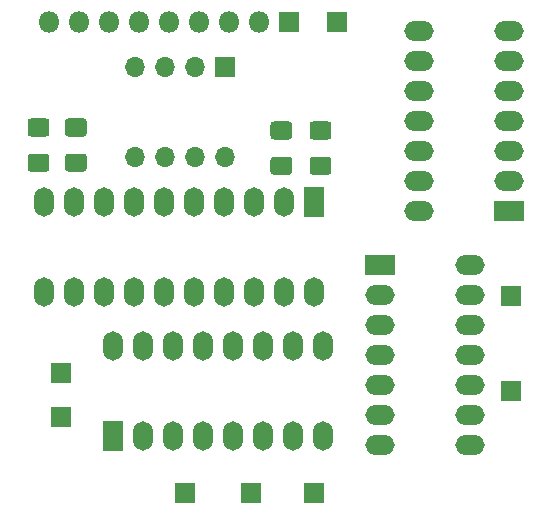
<source format=gbr>
%TF.GenerationSoftware,KiCad,Pcbnew,(5.1.6)-1*%
%TF.CreationDate,2020-10-26T14:55:52-07:00*%
%TF.ProjectId,DigitController2,44696769-7443-46f6-9e74-726f6c6c6572,rev?*%
%TF.SameCoordinates,Original*%
%TF.FileFunction,Soldermask,Top*%
%TF.FilePolarity,Negative*%
%FSLAX46Y46*%
G04 Gerber Fmt 4.6, Leading zero omitted, Abs format (unit mm)*
G04 Created by KiCad (PCBNEW (5.1.6)-1) date 2020-10-26 14:55:52*
%MOMM*%
%LPD*%
G01*
G04 APERTURE LIST*
%ADD10O,1.700000X2.500000*%
%ADD11R,1.700000X2.500000*%
%ADD12R,1.700000X1.700000*%
%ADD13O,1.700000X1.700000*%
%ADD14O,2.500000X1.700000*%
%ADD15R,2.500000X1.700000*%
%ADD16R,1.800000X1.800000*%
%ADD17O,1.800000X1.800000*%
G04 APERTURE END LIST*
D10*
%TO.C,U3*%
X120904000Y-114808000D03*
X138684000Y-122428000D03*
X123444000Y-114808000D03*
X136144000Y-122428000D03*
X125984000Y-114808000D03*
X133604000Y-122428000D03*
X128524000Y-114808000D03*
X131064000Y-122428000D03*
X131064000Y-114808000D03*
X128524000Y-122428000D03*
X133604000Y-114808000D03*
X125984000Y-122428000D03*
X136144000Y-114808000D03*
X123444000Y-122428000D03*
X138684000Y-114808000D03*
D11*
X120904000Y-122428000D03*
%TD*%
D12*
%TO.C,SW1*%
X130322000Y-91190000D03*
D13*
X122702000Y-98810000D03*
X127782000Y-91190000D03*
X125242000Y-98810000D03*
X125242000Y-91190000D03*
X127782000Y-98810000D03*
X122702000Y-91190000D03*
X130322000Y-98810000D03*
%TD*%
D10*
%TO.C,U2*%
X137922000Y-110236000D03*
X115062000Y-102616000D03*
X135382000Y-110236000D03*
X117602000Y-102616000D03*
X132842000Y-110236000D03*
X120142000Y-102616000D03*
X130302000Y-110236000D03*
X122682000Y-102616000D03*
X127762000Y-110236000D03*
X125222000Y-102616000D03*
X125222000Y-110236000D03*
X127762000Y-102616000D03*
X122682000Y-110236000D03*
X130302000Y-102616000D03*
X120142000Y-110236000D03*
X132842000Y-102616000D03*
X117602000Y-110236000D03*
X135382000Y-102616000D03*
X115062000Y-110236000D03*
D11*
X137922000Y-102616000D03*
%TD*%
D14*
%TO.C,U1*%
X146812000Y-103378000D03*
X154432000Y-88138000D03*
X146812000Y-100838000D03*
X154432000Y-90678000D03*
X146812000Y-98298000D03*
X154432000Y-93218000D03*
X146812000Y-95758000D03*
X154432000Y-95758000D03*
X146812000Y-93218000D03*
X154432000Y-98298000D03*
X146812000Y-90678000D03*
X154432000Y-100838000D03*
X146812000Y-88138000D03*
D15*
X154432000Y-103378000D03*
%TD*%
%TO.C,R4*%
G36*
G01*
X139087456Y-97319000D02*
X137772544Y-97319000D01*
G75*
G02*
X137505000Y-97051456I0J267544D01*
G01*
X137505000Y-96061544D01*
G75*
G02*
X137772544Y-95794000I267544J0D01*
G01*
X139087456Y-95794000D01*
G75*
G02*
X139355000Y-96061544I0J-267544D01*
G01*
X139355000Y-97051456D01*
G75*
G02*
X139087456Y-97319000I-267544J0D01*
G01*
G37*
G36*
G01*
X139087456Y-100294000D02*
X137772544Y-100294000D01*
G75*
G02*
X137505000Y-100026456I0J267544D01*
G01*
X137505000Y-99036544D01*
G75*
G02*
X137772544Y-98769000I267544J0D01*
G01*
X139087456Y-98769000D01*
G75*
G02*
X139355000Y-99036544I0J-267544D01*
G01*
X139355000Y-100026456D01*
G75*
G02*
X139087456Y-100294000I-267544J0D01*
G01*
G37*
%TD*%
%TO.C,R3*%
G36*
G01*
X135779456Y-97319000D02*
X134464544Y-97319000D01*
G75*
G02*
X134197000Y-97051456I0J267544D01*
G01*
X134197000Y-96061544D01*
G75*
G02*
X134464544Y-95794000I267544J0D01*
G01*
X135779456Y-95794000D01*
G75*
G02*
X136047000Y-96061544I0J-267544D01*
G01*
X136047000Y-97051456D01*
G75*
G02*
X135779456Y-97319000I-267544J0D01*
G01*
G37*
G36*
G01*
X135779456Y-100294000D02*
X134464544Y-100294000D01*
G75*
G02*
X134197000Y-100026456I0J267544D01*
G01*
X134197000Y-99036544D01*
G75*
G02*
X134464544Y-98769000I267544J0D01*
G01*
X135779456Y-98769000D01*
G75*
G02*
X136047000Y-99036544I0J-267544D01*
G01*
X136047000Y-100026456D01*
G75*
G02*
X135779456Y-100294000I-267544J0D01*
G01*
G37*
%TD*%
%TO.C,R2*%
G36*
G01*
X118379456Y-97065000D02*
X117064544Y-97065000D01*
G75*
G02*
X116797000Y-96797456I0J267544D01*
G01*
X116797000Y-95807544D01*
G75*
G02*
X117064544Y-95540000I267544J0D01*
G01*
X118379456Y-95540000D01*
G75*
G02*
X118647000Y-95807544I0J-267544D01*
G01*
X118647000Y-96797456D01*
G75*
G02*
X118379456Y-97065000I-267544J0D01*
G01*
G37*
G36*
G01*
X118379456Y-100040000D02*
X117064544Y-100040000D01*
G75*
G02*
X116797000Y-99772456I0J267544D01*
G01*
X116797000Y-98782544D01*
G75*
G02*
X117064544Y-98515000I267544J0D01*
G01*
X118379456Y-98515000D01*
G75*
G02*
X118647000Y-98782544I0J-267544D01*
G01*
X118647000Y-99772456D01*
G75*
G02*
X118379456Y-100040000I-267544J0D01*
G01*
G37*
%TD*%
%TO.C,R1*%
G36*
G01*
X115211456Y-97065000D02*
X113896544Y-97065000D01*
G75*
G02*
X113629000Y-96797456I0J267544D01*
G01*
X113629000Y-95807544D01*
G75*
G02*
X113896544Y-95540000I267544J0D01*
G01*
X115211456Y-95540000D01*
G75*
G02*
X115479000Y-95807544I0J-267544D01*
G01*
X115479000Y-96797456D01*
G75*
G02*
X115211456Y-97065000I-267544J0D01*
G01*
G37*
G36*
G01*
X115211456Y-100040000D02*
X113896544Y-100040000D01*
G75*
G02*
X113629000Y-99772456I0J267544D01*
G01*
X113629000Y-98782544D01*
G75*
G02*
X113896544Y-98515000I267544J0D01*
G01*
X115211456Y-98515000D01*
G75*
G02*
X115479000Y-98782544I0J-267544D01*
G01*
X115479000Y-99772456D01*
G75*
G02*
X115211456Y-100040000I-267544J0D01*
G01*
G37*
%TD*%
D14*
%TO.C,IC1*%
X151130000Y-107950000D03*
X143510000Y-123190000D03*
X151130000Y-110490000D03*
X143510000Y-120650000D03*
X151130000Y-113030000D03*
X143510000Y-118110000D03*
X151130000Y-115570000D03*
X143510000Y-115570000D03*
X151130000Y-118110000D03*
X143510000Y-113030000D03*
X151130000Y-120650000D03*
X143510000Y-110490000D03*
X151130000Y-123190000D03*
D15*
X143510000Y-107950000D03*
%TD*%
D16*
%TO.C,J6*%
X132588000Y-127254000D03*
%TD*%
%TO.C,J1*%
X137922000Y-127254000D03*
%TD*%
%TO.C,J2*%
X127000000Y-127254000D03*
%TD*%
%TO.C,J3*%
X116500000Y-117100000D03*
%TD*%
%TO.C,J4*%
X135800000Y-87400000D03*
D17*
X133260000Y-87400000D03*
X130720000Y-87400000D03*
X128180000Y-87400000D03*
X125640000Y-87400000D03*
X123100000Y-87400000D03*
X120560000Y-87400000D03*
X118020000Y-87400000D03*
X115480000Y-87400000D03*
%TD*%
D16*
%TO.C,J5*%
X116500000Y-120800000D03*
%TD*%
%TO.C,J7*%
X154600000Y-118600000D03*
%TD*%
%TO.C,J8*%
X154600000Y-110600000D03*
%TD*%
%TO.C,J9*%
X139800000Y-87400000D03*
%TD*%
M02*

</source>
